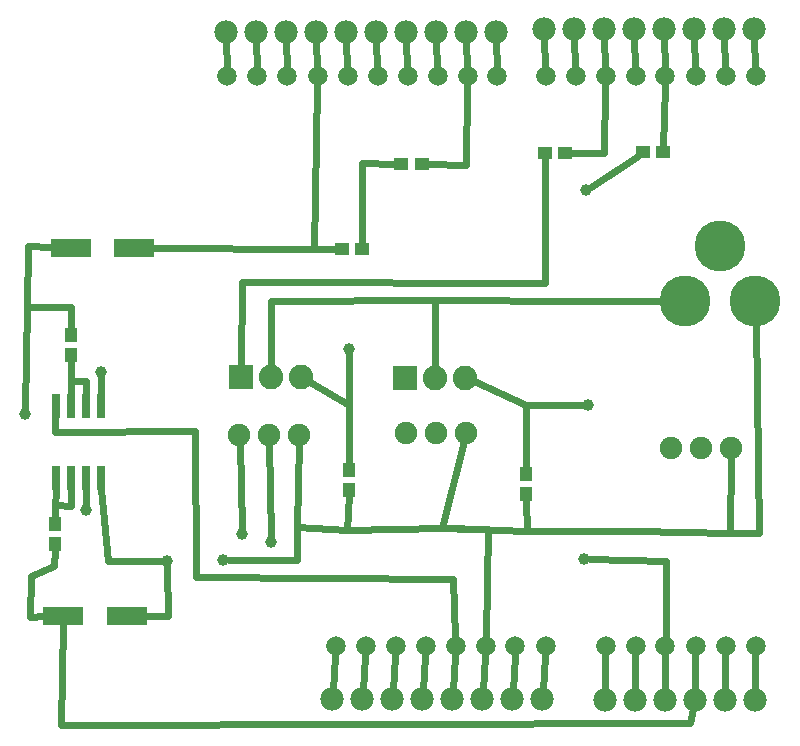
<source format=gtl>
G04 MADE WITH FRITZING*
G04 WWW.FRITZING.ORG*
G04 DOUBLE SIDED*
G04 HOLES PLATED*
G04 CONTOUR ON CENTER OF CONTOUR VECTOR*
%ASAXBY*%
%FSLAX23Y23*%
%MOIN*%
%OFA0B0*%
%SFA1.0B1.0*%
%ADD10C,0.065278*%
%ADD11C,0.078000*%
%ADD12C,0.170000*%
%ADD13C,0.082000*%
%ADD14C,0.075000*%
%ADD15C,0.039370*%
%ADD16R,0.082000X0.082000*%
%ADD17R,0.047244X0.043307*%
%ADD18R,0.043307X0.047244*%
%ADD19R,0.026000X0.080000*%
%ADD20R,0.137795X0.062992*%
%ADD21C,0.024000*%
%LNCOPPER1*%
G90*
G70*
G54D10*
X2120Y307D03*
X2219Y307D03*
X2320Y307D03*
X2420Y307D03*
X2520Y307D03*
X1659Y2207D03*
X1560Y2207D03*
X1460Y2207D03*
X1360Y2207D03*
X1260Y2207D03*
X1160Y2207D03*
X1060Y2207D03*
X959Y2207D03*
X859Y2207D03*
X759Y2207D03*
X2520Y2207D03*
X2420Y2207D03*
X2320Y2207D03*
X2219Y2207D03*
X2120Y2207D03*
X2020Y2207D03*
X1920Y2207D03*
X1820Y2207D03*
X1220Y307D03*
X1120Y307D03*
X1320Y307D03*
X1420Y307D03*
X1520Y307D03*
X1620Y307D03*
X1719Y307D03*
X1820Y307D03*
X2020Y307D03*
G54D11*
X2516Y127D03*
X2416Y127D03*
X2316Y127D03*
X2216Y127D03*
X2116Y127D03*
X2016Y127D03*
X1809Y133D03*
X1709Y133D03*
X1609Y133D03*
X1509Y133D03*
X1409Y133D03*
X1309Y133D03*
X1209Y133D03*
X1109Y133D03*
X2513Y2365D03*
X2413Y2365D03*
X2313Y2365D03*
X2213Y2365D03*
X2113Y2365D03*
X2013Y2365D03*
X1913Y2365D03*
X1813Y2365D03*
X754Y2355D03*
X854Y2355D03*
X954Y2355D03*
X1054Y2355D03*
X1154Y2355D03*
X1254Y2355D03*
X1354Y2355D03*
X1454Y2355D03*
X1554Y2355D03*
X1654Y2355D03*
G54D12*
X2283Y1458D03*
X2519Y1458D03*
X2401Y1643D03*
X2283Y1458D03*
X2519Y1458D03*
X2401Y1643D03*
G54D13*
X1352Y1203D03*
X1452Y1203D03*
X1552Y1203D03*
X805Y1204D03*
X905Y1204D03*
X1005Y1204D03*
G54D14*
X999Y1012D03*
X899Y1012D03*
X799Y1012D03*
X1554Y1017D03*
X1454Y1017D03*
X1354Y1017D03*
G54D15*
X1960Y1112D03*
X288Y763D03*
X338Y1222D03*
X1164Y1298D03*
X559Y593D03*
X745Y596D03*
X1955Y1828D03*
X903Y656D03*
X1947Y599D03*
X84Y1082D03*
X808Y681D03*
G54D14*
X2439Y969D03*
X2339Y969D03*
X2239Y969D03*
G54D16*
X1352Y1203D03*
X805Y1204D03*
G54D17*
X1339Y1915D03*
X1406Y1915D03*
X1817Y1952D03*
X1884Y1952D03*
X2144Y1955D03*
X2211Y1955D03*
G54D18*
X237Y1278D03*
X237Y1345D03*
X185Y647D03*
X185Y714D03*
X1164Y828D03*
X1164Y895D03*
X1755Y814D03*
X1755Y881D03*
G54D19*
X186Y867D03*
X236Y867D03*
X286Y867D03*
X336Y867D03*
X336Y1109D03*
X286Y1109D03*
X236Y1109D03*
X186Y1109D03*
G54D20*
X236Y1635D03*
X449Y1635D03*
X210Y408D03*
X423Y408D03*
G54D17*
X1140Y1632D03*
X1207Y1632D03*
G54D21*
X755Y2325D02*
X758Y2238D01*
D02*
X858Y2238D02*
X855Y2325D01*
D02*
X958Y2238D02*
X955Y2325D01*
D02*
X1058Y2238D02*
X1055Y2325D01*
D02*
X1158Y2238D02*
X1155Y2325D01*
D02*
X1258Y2238D02*
X1255Y2325D01*
D02*
X1358Y2238D02*
X1355Y2325D01*
D02*
X1458Y2238D02*
X1455Y2325D01*
D02*
X1558Y2238D02*
X1555Y2325D01*
D02*
X1658Y2238D02*
X1655Y2325D01*
D02*
X1818Y2238D02*
X1814Y2335D01*
D02*
X1918Y2238D02*
X1914Y2335D01*
D02*
X2018Y2238D02*
X2014Y2335D01*
D02*
X2118Y2238D02*
X2114Y2335D01*
D02*
X2218Y2238D02*
X2214Y2335D01*
D02*
X2318Y2238D02*
X2314Y2335D01*
D02*
X2418Y2238D02*
X2414Y2335D01*
D02*
X2518Y2238D02*
X2514Y2335D01*
D02*
X1118Y276D02*
X1111Y163D01*
D02*
X1218Y276D02*
X1211Y163D01*
D02*
X1318Y276D02*
X1311Y163D01*
D02*
X1418Y276D02*
X1411Y163D01*
D02*
X1518Y276D02*
X1511Y163D01*
D02*
X1618Y276D02*
X1611Y163D01*
D02*
X1718Y276D02*
X1711Y163D01*
D02*
X1818Y276D02*
X1811Y163D01*
D02*
X2019Y276D02*
X2016Y157D01*
D02*
X2119Y276D02*
X2116Y157D01*
D02*
X2219Y276D02*
X2216Y157D01*
D02*
X2319Y276D02*
X2316Y157D01*
D02*
X2419Y276D02*
X2416Y157D01*
D02*
X2519Y276D02*
X2516Y157D01*
D02*
X1450Y1463D02*
X1951Y1459D01*
D02*
X1951Y1459D02*
X2213Y1459D01*
D02*
X1451Y1235D02*
X1450Y1463D01*
D02*
X903Y1459D02*
X905Y1237D01*
D02*
X1450Y1463D02*
X903Y1459D01*
D02*
X1164Y1111D02*
X1033Y1188D01*
D02*
X1164Y913D02*
X1164Y1111D01*
D02*
X1755Y1112D02*
X1581Y1190D01*
D02*
X1755Y899D02*
X1755Y1112D01*
D02*
X186Y867D02*
X185Y732D01*
D02*
X181Y574D02*
X184Y629D01*
D02*
X105Y540D02*
X181Y574D01*
D02*
X101Y405D02*
X105Y540D01*
D02*
X147Y407D02*
X101Y405D01*
D02*
X236Y775D02*
X236Y833D01*
D02*
X186Y778D02*
X236Y775D01*
D02*
X238Y1438D02*
X237Y1363D01*
D02*
X95Y1640D02*
X90Y1438D01*
D02*
X90Y1438D02*
X238Y1438D01*
D02*
X173Y1638D02*
X95Y1640D01*
D02*
X236Y1144D02*
X237Y1260D01*
D02*
X238Y1191D02*
X288Y1191D01*
D02*
X288Y1191D02*
X287Y1144D01*
D02*
X237Y1260D02*
X238Y1191D01*
D02*
X1158Y694D02*
X990Y704D01*
D02*
X990Y704D02*
X998Y984D01*
D02*
X1163Y810D02*
X1158Y694D01*
D02*
X1758Y691D02*
X1755Y796D01*
D02*
X1475Y701D02*
X1758Y691D01*
D02*
X1158Y694D02*
X1475Y701D01*
D02*
X1475Y701D02*
X1547Y990D01*
D02*
X1627Y699D02*
X1620Y338D01*
D02*
X1475Y701D02*
X1627Y699D01*
D02*
X286Y833D02*
X287Y782D01*
D02*
X1755Y1112D02*
X1941Y1112D01*
D02*
X338Y1203D02*
X336Y1144D01*
D02*
X1164Y1111D02*
X1164Y1279D01*
D02*
X1512Y533D02*
X1518Y338D01*
D02*
X655Y539D02*
X1512Y533D01*
D02*
X650Y1024D02*
X655Y539D01*
D02*
X184Y1022D02*
X650Y1024D01*
D02*
X185Y1075D02*
X184Y1022D01*
D02*
X362Y593D02*
X339Y833D01*
D02*
X540Y593D02*
X362Y593D01*
D02*
X561Y409D02*
X486Y409D01*
D02*
X559Y574D02*
X561Y409D01*
D02*
X990Y596D02*
X764Y596D01*
D02*
X990Y704D02*
X990Y596D01*
D02*
X1047Y1630D02*
X1059Y2176D01*
D02*
X512Y1635D02*
X1047Y1630D01*
D02*
X2218Y2176D02*
X2212Y1971D01*
D02*
X1970Y1839D02*
X2126Y1943D01*
D02*
X2015Y1953D02*
X1902Y1952D01*
D02*
X2019Y2176D02*
X2015Y1953D01*
D02*
X1553Y1912D02*
X1424Y1914D01*
D02*
X1559Y2176D02*
X1553Y1912D01*
D02*
X807Y1523D02*
X1818Y1519D01*
D02*
X1818Y1519D02*
X1817Y1936D01*
D02*
X805Y1237D02*
X807Y1523D01*
D02*
X1208Y1918D02*
X1207Y1649D01*
D02*
X1321Y1915D02*
X1208Y1918D01*
D02*
X1047Y1630D02*
X1122Y1632D01*
D02*
X899Y984D02*
X903Y675D01*
D02*
X2221Y590D02*
X1966Y598D01*
D02*
X2220Y338D02*
X2221Y590D01*
D02*
X204Y46D02*
X2301Y51D01*
D02*
X2301Y51D02*
X2310Y97D01*
D02*
X210Y382D02*
X204Y46D01*
D02*
X90Y1438D02*
X85Y1101D01*
D02*
X808Y700D02*
X800Y984D01*
D02*
X2530Y686D02*
X2520Y1388D01*
D02*
X2123Y691D02*
X2434Y686D01*
D02*
X2434Y686D02*
X2530Y686D01*
D02*
X1758Y691D02*
X2123Y691D01*
D02*
X2434Y686D02*
X2439Y940D01*
G04 End of Copper1*
M02*
</source>
